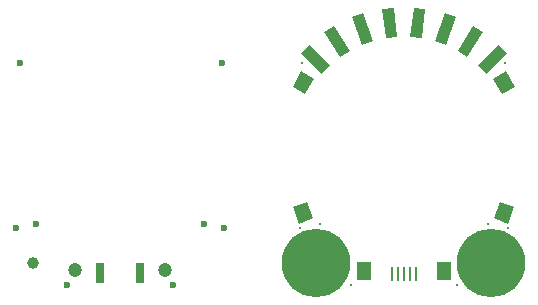
<source format=gbr>
G04 #@! TF.FileFunction,Soldermask,Top*
%FSLAX46Y46*%
G04 Gerber Fmt 4.6, Leading zero omitted, Abs format (unit mm)*
G04 Created by KiCad (PCBNEW 4.0.7-e2-6376~58~ubuntu14.04.1) date Thu May 17 14:08:47 2018*
%MOMM*%
%LPD*%
G01*
G04 APERTURE LIST*
%ADD10C,0.100000*%
%ADD11C,0.300000*%
%ADD12R,0.250000X1.200000*%
%ADD13R,1.250000X1.500000*%
%ADD14R,0.800000X1.700000*%
%ADD15C,1.200000*%
%ADD16C,5.800000*%
%ADD17C,1.000000*%
%ADD18C,0.600000*%
G04 APERTURE END LIST*
D10*
D11*
X98600000Y-132800000D03*
D10*
G36*
X96248777Y-133020211D02*
X98031903Y-131267938D01*
X98732813Y-131981189D01*
X96949687Y-133733462D01*
X96248777Y-133020211D01*
X96248777Y-133020211D01*
G37*
G36*
X99416266Y-134837019D02*
X98333734Y-135462019D01*
X97583734Y-134162981D01*
X98666266Y-133537981D01*
X99416266Y-134837019D01*
X99416266Y-134837019D01*
G37*
G36*
X98169207Y-144581468D02*
X99343823Y-145008993D01*
X98830793Y-146418532D01*
X97656177Y-145991007D01*
X98169207Y-144581468D01*
X98169207Y-144581468D01*
G37*
G36*
X83053644Y-133733462D02*
X81270518Y-131981189D01*
X81971428Y-131267938D01*
X83754554Y-133020211D01*
X83053644Y-133733462D01*
X83053644Y-133733462D01*
G37*
G36*
X84609949Y-132327526D02*
X83266700Y-130219047D01*
X84110091Y-129681748D01*
X85453340Y-131790227D01*
X84609949Y-132327526D01*
X84609949Y-132327526D01*
G37*
G36*
X86442631Y-131307716D02*
X85608114Y-128951113D01*
X86550755Y-128617306D01*
X87385272Y-130973909D01*
X86442631Y-131307716D01*
X86442631Y-131307716D01*
G37*
G36*
X88457749Y-130726309D02*
X88174741Y-128242380D01*
X89168313Y-128129177D01*
X89451321Y-130613106D01*
X88457749Y-130726309D01*
X88457749Y-130726309D01*
G37*
G36*
X90552009Y-130613106D02*
X90835017Y-128129177D01*
X91828589Y-128242380D01*
X91545581Y-130726309D01*
X90552009Y-130613106D01*
X90552009Y-130613106D01*
G37*
G36*
X92618058Y-130973911D02*
X93452575Y-128617308D01*
X94395216Y-128951115D01*
X93560699Y-131307718D01*
X92618058Y-130973911D01*
X92618058Y-130973911D01*
G37*
G36*
X94549991Y-131790227D02*
X95893240Y-129681748D01*
X96736631Y-130219047D01*
X95393382Y-132327526D01*
X94549991Y-131790227D01*
X94549991Y-131790227D01*
G37*
D12*
X89000000Y-150700000D03*
X89500000Y-150700000D03*
X90000000Y-150700000D03*
X90500000Y-150700000D03*
X91000000Y-150700000D03*
D13*
X86600000Y-150400000D03*
X93400000Y-150400000D03*
D14*
X64300000Y-150600000D03*
X67700000Y-150600000D03*
D10*
G36*
X80656177Y-145008993D02*
X81830793Y-144581468D01*
X82343823Y-145991007D01*
X81169207Y-146418532D01*
X80656177Y-145008993D01*
X80656177Y-145008993D01*
G37*
G36*
X81666266Y-135462019D02*
X80583734Y-134837019D01*
X81333734Y-133537981D01*
X82416266Y-134162981D01*
X81666266Y-135462019D01*
X81666266Y-135462019D01*
G37*
D15*
X69810000Y-150365000D03*
X62190000Y-150365000D03*
D16*
X82600000Y-149800000D03*
X97400000Y-149800000D03*
D17*
X97400000Y-149800000D03*
X58600000Y-149800000D03*
D11*
X57200000Y-146800000D03*
D18*
X57200000Y-146800000D03*
D11*
X58900000Y-146500000D03*
D18*
X58900000Y-146500000D03*
D11*
X73100000Y-146500000D03*
D18*
X73100000Y-146500000D03*
D11*
X74800000Y-146800000D03*
D18*
X74800000Y-146800000D03*
D11*
X81200000Y-146800000D03*
X82900000Y-146500000D03*
X98800000Y-146800000D03*
X97100000Y-146500000D03*
X57500000Y-132800000D03*
D18*
X57500000Y-132800000D03*
D11*
X74600000Y-132800000D03*
D18*
X74600000Y-132800000D03*
D11*
X81400000Y-132800000D03*
X61500000Y-151600000D03*
D18*
X61500000Y-151600000D03*
D11*
X70500000Y-151600000D03*
D18*
X70500000Y-151600000D03*
D11*
X85500000Y-151600000D03*
X94500000Y-151600000D03*
M02*

</source>
